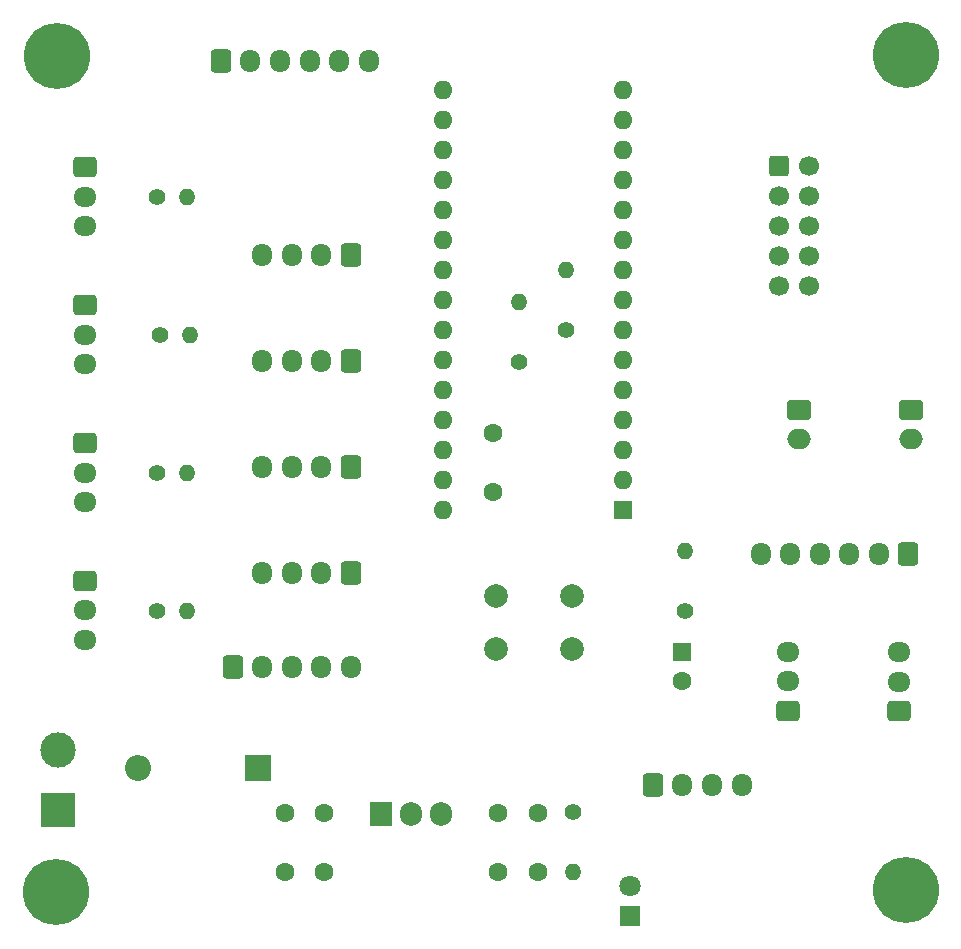
<source format=gbr>
%TF.GenerationSoftware,KiCad,Pcbnew,(6.0.8)*%
%TF.CreationDate,2022-11-21T21:43:47+01:00*%
%TF.ProjectId,WeatherStation_ArduinoNano_Shield,57656174-6865-4725-9374-6174696f6e5f,rev?*%
%TF.SameCoordinates,Original*%
%TF.FileFunction,Soldermask,Bot*%
%TF.FilePolarity,Negative*%
%FSLAX46Y46*%
G04 Gerber Fmt 4.6, Leading zero omitted, Abs format (unit mm)*
G04 Created by KiCad (PCBNEW (6.0.8)) date 2022-11-21 21:43:47*
%MOMM*%
%LPD*%
G01*
G04 APERTURE LIST*
G04 Aperture macros list*
%AMRoundRect*
0 Rectangle with rounded corners*
0 $1 Rounding radius*
0 $2 $3 $4 $5 $6 $7 $8 $9 X,Y pos of 4 corners*
0 Add a 4 corners polygon primitive as box body*
4,1,4,$2,$3,$4,$5,$6,$7,$8,$9,$2,$3,0*
0 Add four circle primitives for the rounded corners*
1,1,$1+$1,$2,$3*
1,1,$1+$1,$4,$5*
1,1,$1+$1,$6,$7*
1,1,$1+$1,$8,$9*
0 Add four rect primitives between the rounded corners*
20,1,$1+$1,$2,$3,$4,$5,0*
20,1,$1+$1,$4,$5,$6,$7,0*
20,1,$1+$1,$6,$7,$8,$9,0*
20,1,$1+$1,$8,$9,$2,$3,0*%
G04 Aperture macros list end*
%ADD10R,2.200000X2.200000*%
%ADD11O,2.200000X2.200000*%
%ADD12C,1.400000*%
%ADD13O,1.400000X1.400000*%
%ADD14C,2.000000*%
%ADD15RoundRect,0.250000X0.600000X0.725000X-0.600000X0.725000X-0.600000X-0.725000X0.600000X-0.725000X0*%
%ADD16O,1.700000X1.950000*%
%ADD17RoundRect,0.250000X-0.725000X0.600000X-0.725000X-0.600000X0.725000X-0.600000X0.725000X0.600000X0*%
%ADD18O,1.950000X1.700000*%
%ADD19R,1.600000X1.600000*%
%ADD20C,1.600000*%
%ADD21C,5.600000*%
%ADD22R,1.905000X2.000000*%
%ADD23O,1.905000X2.000000*%
%ADD24RoundRect,0.250000X-0.600000X-0.600000X0.600000X-0.600000X0.600000X0.600000X-0.600000X0.600000X0*%
%ADD25C,1.700000*%
%ADD26R,3.000000X3.000000*%
%ADD27C,3.000000*%
%ADD28O,1.600000X1.600000*%
%ADD29RoundRect,0.250000X-0.600000X-0.725000X0.600000X-0.725000X0.600000X0.725000X-0.600000X0.725000X0*%
%ADD30R,1.800000X1.800000*%
%ADD31C,1.800000*%
%ADD32RoundRect,0.250000X0.725000X-0.600000X0.725000X0.600000X-0.725000X0.600000X-0.725000X-0.600000X0*%
%ADD33RoundRect,0.250000X-0.750000X0.600000X-0.750000X-0.600000X0.750000X-0.600000X0.750000X0.600000X0*%
%ADD34O,2.000000X1.700000*%
G04 APERTURE END LIST*
D10*
%TO.C,D2*%
X65151600Y-83320800D03*
D11*
X54991600Y-83320800D03*
%TD*%
D12*
%TO.C,R5*%
X56621200Y-35027334D03*
D13*
X59161200Y-35027334D03*
%TD*%
D14*
%TO.C,SW1*%
X85250000Y-68750000D03*
X91750000Y-68750000D03*
X85250000Y-73250000D03*
X91750000Y-73250000D03*
%TD*%
D15*
%TO.C,J3*%
X73000000Y-57845833D03*
D16*
X70500000Y-57845833D03*
X68000000Y-57845833D03*
X65500000Y-57845833D03*
%TD*%
D12*
%TO.C,R7*%
X56621200Y-58360666D03*
D13*
X59161200Y-58360666D03*
%TD*%
D17*
%TO.C,J8*%
X50470400Y-32487334D03*
D18*
X50470400Y-34987334D03*
X50470400Y-37487334D03*
%TD*%
D17*
%TO.C,J9*%
X50470400Y-44154000D03*
D18*
X50470400Y-46654000D03*
X50470400Y-49154000D03*
%TD*%
D19*
%TO.C,C4*%
X101000000Y-73500000D03*
D20*
X101000000Y-76000000D03*
%TD*%
D12*
%TO.C,R6*%
X56871200Y-46694000D03*
D13*
X59411200Y-46694000D03*
%TD*%
D21*
%TO.C,H1*%
X119964800Y-22970400D03*
%TD*%
D22*
%TO.C,U1*%
X75591000Y-87207000D03*
D23*
X78131000Y-87207000D03*
X80671000Y-87207000D03*
%TD*%
D17*
%TO.C,J10*%
X50470400Y-55820666D03*
D18*
X50470400Y-58320666D03*
X50470400Y-60820666D03*
%TD*%
D24*
%TO.C,J7*%
X109288900Y-32368400D03*
D25*
X111828900Y-32368400D03*
X109288900Y-34908400D03*
X111828900Y-34908400D03*
X109288900Y-37448400D03*
X111828900Y-37448400D03*
X109288900Y-39988400D03*
X111828900Y-39988400D03*
X109288900Y-42528400D03*
X111828900Y-42528400D03*
%TD*%
D12*
%TO.C,R2*%
X91212000Y-46240000D03*
D13*
X91212000Y-41160000D03*
%TD*%
D21*
%TO.C,H4*%
X119964800Y-93684000D03*
%TD*%
D26*
%TO.C,J16*%
X48235200Y-86876800D03*
D27*
X48235200Y-81796800D03*
%TD*%
D19*
%TO.C,A1*%
X96000000Y-61500000D03*
D28*
X96000000Y-58960000D03*
X96000000Y-56420000D03*
X96000000Y-53880000D03*
X96000000Y-51340000D03*
X96000000Y-48800000D03*
X96000000Y-46260000D03*
X96000000Y-43720000D03*
X96000000Y-41180000D03*
X96000000Y-38640000D03*
X96000000Y-36100000D03*
X96000000Y-33560000D03*
X96000000Y-31020000D03*
X96000000Y-28480000D03*
X96000000Y-25940000D03*
X80760000Y-25940000D03*
X80760000Y-28480000D03*
X80760000Y-31020000D03*
X80760000Y-33560000D03*
X80760000Y-36100000D03*
X80760000Y-38640000D03*
X80760000Y-41180000D03*
X80760000Y-43720000D03*
X80760000Y-46260000D03*
X80760000Y-48800000D03*
X80760000Y-51340000D03*
X80760000Y-53880000D03*
X80760000Y-56420000D03*
X80760000Y-58960000D03*
X80760000Y-61500000D03*
%TD*%
D29*
%TO.C,J17*%
X63000000Y-74775000D03*
D16*
X65500000Y-74775000D03*
X68000000Y-74775000D03*
X70500000Y-74775000D03*
X73000000Y-74775000D03*
%TD*%
D15*
%TO.C,J2*%
X73000000Y-48856250D03*
D16*
X70500000Y-48856250D03*
X68000000Y-48856250D03*
X65500000Y-48856250D03*
%TD*%
D20*
%TO.C,C1*%
X85000000Y-55000000D03*
X85000000Y-60000000D03*
%TD*%
D21*
%TO.C,H2*%
X48082800Y-23072000D03*
%TD*%
%TO.C,H3*%
X48032000Y-93836400D03*
%TD*%
D30*
%TO.C,D1*%
X96673000Y-95848000D03*
D31*
X96673000Y-93308000D03*
%TD*%
D20*
%TO.C,C2*%
X67463000Y-87120000D03*
X67463000Y-92120000D03*
%TD*%
D32*
%TO.C,J15*%
X109975000Y-78500000D03*
D18*
X109975000Y-76000000D03*
X109975000Y-73500000D03*
%TD*%
D33*
%TO.C,J13*%
X120388200Y-53013200D03*
D34*
X120388200Y-55513200D03*
%TD*%
D12*
%TO.C,R3*%
X87275000Y-48940000D03*
D13*
X87275000Y-43860000D03*
%TD*%
D15*
%TO.C,J4*%
X73000000Y-66835416D03*
D16*
X70500000Y-66835416D03*
X68000000Y-66835416D03*
X65500000Y-66835416D03*
%TD*%
D17*
%TO.C,J11*%
X50470400Y-67487334D03*
D18*
X50470400Y-69987334D03*
X50470400Y-72487334D03*
%TD*%
D20*
%TO.C,C6*%
X88824400Y-87120000D03*
X88824400Y-92120000D03*
%TD*%
D12*
%TO.C,R1*%
X91821600Y-87080000D03*
D13*
X91821600Y-92160000D03*
%TD*%
D20*
%TO.C,C5*%
X85497000Y-87120000D03*
X85497000Y-92120000D03*
%TD*%
D32*
%TO.C,J14*%
X119411000Y-78516000D03*
D18*
X119411000Y-76016000D03*
X119411000Y-73516000D03*
%TD*%
D12*
%TO.C,R4*%
X101250000Y-70044887D03*
D13*
X101250000Y-64964887D03*
%TD*%
D15*
%TO.C,J1*%
X73000000Y-39866667D03*
D16*
X70500000Y-39866667D03*
X68000000Y-39866667D03*
X65500000Y-39866667D03*
%TD*%
D33*
%TO.C,J12*%
X110960200Y-53000200D03*
D34*
X110960200Y-55500200D03*
%TD*%
D20*
%TO.C,C3*%
X70765000Y-87120000D03*
X70765000Y-92120000D03*
%TD*%
D29*
%TO.C,J6*%
X62000000Y-23500000D03*
D16*
X64500000Y-23500000D03*
X67000000Y-23500000D03*
X69500000Y-23500000D03*
X72000000Y-23500000D03*
X74500000Y-23500000D03*
%TD*%
D12*
%TO.C,R8*%
X56621200Y-70027334D03*
D13*
X59161200Y-70027334D03*
%TD*%
D29*
%TO.C,J5*%
X98578000Y-84794000D03*
D16*
X101078000Y-84794000D03*
X103578000Y-84794000D03*
X106078000Y-84794000D03*
%TD*%
D15*
%TO.C,J18*%
X120200000Y-65200000D03*
D16*
X117700000Y-65200000D03*
X115200000Y-65200000D03*
X112700000Y-65200000D03*
X110200000Y-65200000D03*
X107700000Y-65200000D03*
%TD*%
M02*

</source>
